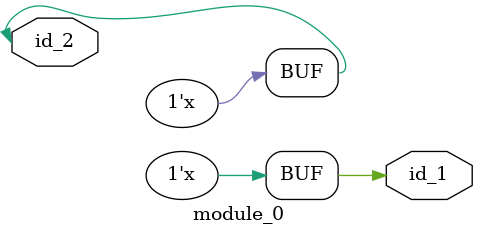
<source format=v>
module module_0 (
    id_1,
    id_2
);
  inout id_2;
  output id_1;
  always @(1) begin
    id_2 <= id_2;
  end
  generate
    assign id_1 = id_2;
  endgenerate
endmodule

</source>
